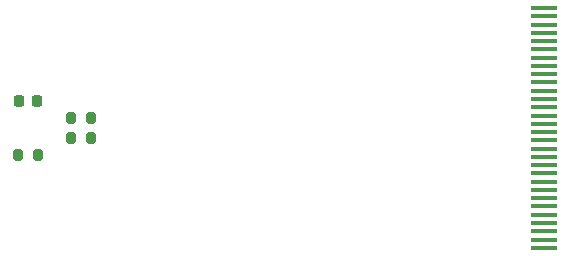
<source format=gbp>
%TF.GenerationSoftware,KiCad,Pcbnew,7.0.1-0*%
%TF.CreationDate,2023-10-13T23:04:16+03:00*%
%TF.ProjectId,trezor_v1.1,7472657a-6f72-45f7-9631-2e312e6b6963,rev?*%
%TF.SameCoordinates,Original*%
%TF.FileFunction,Paste,Bot*%
%TF.FilePolarity,Positive*%
%FSLAX46Y46*%
G04 Gerber Fmt 4.6, Leading zero omitted, Abs format (unit mm)*
G04 Created by KiCad (PCBNEW 7.0.1-0) date 2023-10-13 23:04:16*
%MOMM*%
%LPD*%
G01*
G04 APERTURE LIST*
G04 Aperture macros list*
%AMRoundRect*
0 Rectangle with rounded corners*
0 $1 Rounding radius*
0 $2 $3 $4 $5 $6 $7 $8 $9 X,Y pos of 4 corners*
0 Add a 4 corners polygon primitive as box body*
4,1,4,$2,$3,$4,$5,$6,$7,$8,$9,$2,$3,0*
0 Add four circle primitives for the rounded corners*
1,1,$1+$1,$2,$3*
1,1,$1+$1,$4,$5*
1,1,$1+$1,$6,$7*
1,1,$1+$1,$8,$9*
0 Add four rect primitives between the rounded corners*
20,1,$1+$1,$2,$3,$4,$5,0*
20,1,$1+$1,$4,$5,$6,$7,0*
20,1,$1+$1,$6,$7,$8,$9,0*
20,1,$1+$1,$8,$9,$2,$3,0*%
G04 Aperture macros list end*
%ADD10R,2.200000X0.350000*%
%ADD11RoundRect,0.225000X0.225000X0.250000X-0.225000X0.250000X-0.225000X-0.250000X0.225000X-0.250000X0*%
%ADD12RoundRect,0.200000X0.200000X0.275000X-0.200000X0.275000X-0.200000X-0.275000X0.200000X-0.275000X0*%
%ADD13RoundRect,0.200000X-0.200000X-0.275000X0.200000X-0.275000X0.200000X0.275000X-0.200000X0.275000X0*%
G04 APERTURE END LIST*
D10*
X165944400Y-115153600D03*
X165944400Y-114453600D03*
X165944400Y-113753600D03*
X165944400Y-113053600D03*
X165944400Y-112353600D03*
X165944400Y-111653600D03*
X165944400Y-110953600D03*
X165944400Y-110253600D03*
X165944400Y-109553600D03*
X165944400Y-108853600D03*
X165944400Y-108153600D03*
X165944400Y-107453600D03*
X165944400Y-106753600D03*
X165944400Y-106053600D03*
X165944400Y-105353600D03*
X165944400Y-104653600D03*
X165944400Y-103953600D03*
X165944400Y-103253600D03*
X165944400Y-102553600D03*
X165944400Y-101853600D03*
X165944400Y-101153600D03*
X165944400Y-100453600D03*
X165944400Y-99753600D03*
X165944400Y-99053600D03*
X165944400Y-98353600D03*
X165944400Y-97653600D03*
X165944400Y-96953600D03*
X165944400Y-96253600D03*
X165944400Y-95553600D03*
X165944400Y-94853600D03*
D11*
X123076000Y-102743000D03*
X121526000Y-102743000D03*
D12*
X123126000Y-107315000D03*
X121476000Y-107315000D03*
D13*
X125950000Y-105875000D03*
X127600000Y-105875000D03*
X125950000Y-104175000D03*
X127600000Y-104175000D03*
M02*

</source>
